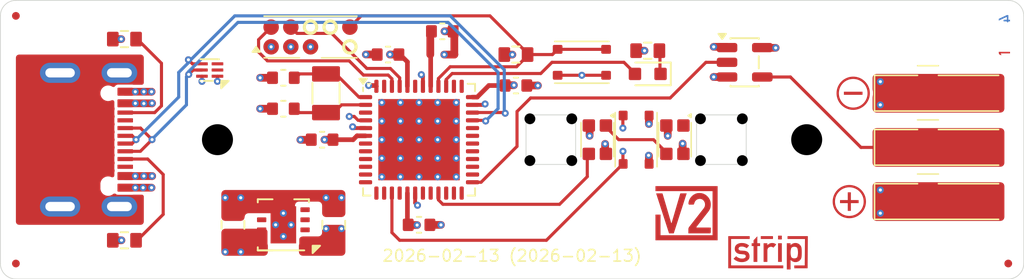
<source format=kicad_pcb>
(kicad_pcb (version 20241229) (generator "pcbnew") (generator_version "9.0")
  (title_block (date "2026-02-13") (rev "2026-02-13"))
  (layers (0 "F.Cu" signal "Front") (4 "In1.Cu" power) (6 "In2.Cu" power) (2 "B.Cu" signal "Back") (13 "F.Paste" user) (5 "F.SilkS" user "F.Silkscreen") (1 "F.Mask" user) (3 "B.Mask" user) (25 "Edge.Cuts" user))
  (property "Order-Number" "JLCJLCJLCJLC")
  (net 0 "")
  (net 1 "GND")
  (net 2 "Shield")
  (net 3 "+3V3")
  (net 4 "/SWDIO")
  (net 5 "Net-(D101-K)")
  (net 6 "Net-(D102-OUT)")
  (net 15 "/LED-onboard")
  (net 28 "/VDDCORE")
  (net 29 "/SWCLK")
  (net 32 "+5V")
  (net 33 "/XIN32")
  (net 34 "/USB+")
  (net 35 "/RESET")
  (net 36 "/XOUT32")
  (net 37 "/USB-")
  (net 39 "/USB-CC1")
  (net 40 "/Button-LED")
  (net 41 "/USB-CC2")
  (net 42 "/Button")
  (net 44 "/LED-Data")
  (net 53 "/LED Strip/WS2812-data")
  (footprint "V2_Resistor_SMD:R_0603" (layer "F.Cu") (at 125 112.5 180)
    (property "Reference" "R104" (hide yes))
    (property "Value" "5k1" (hide yes))
  )
  (footprint "V2_Button_Switch_SMD:SKSG" (layer "F.Cu") (at 158 106 -90)
    (property "Reference" "SW102" (hide yes))
    (property "Value" "SKSG" (hide yes))
  )
  (footprint "V2_Connector_USB:JAE_DX07S016JA3" (layer "F.Cu") (at 122 106 -90)
    (property "Reference" "J106" (hide yes))
    (property "Value" "DX07S016JA3" (hide yes))
  )
  (footprint "V2_Artwork:Minus_Small" (layer "F.Cu") (at 172 103)
    (property "Reference" "ICON103" (hide yes))
    (property "Value" "Minus" (hide yes))
  )
  (footprint "V2_Fiducial:Fiducial_0.5mm_Mask1mm_Paste" (layer "F.Cu") (at 182 114)
    (property "Reference" "FID103" (hide yes))
    (property "Value" "Fiducial_Paste" (hide yes))
  )
  (footprint "V2_Capacitor_SMD:C_0603" (layer "F.Cu") (at 135.25 104 180)
    (property "Reference" "C102" (hide yes))
    (property "Value" "18p" (hide yes))
  )
  (footprint "V2_LED:WS2812-2020" (layer "F.Cu") (at 155.5 106 90)
    (property "Reference" "D102" (hide yes))
    (property "Value" "WS2812" (hide yes))
  )
  (footprint "V2_Package_DFN_QFN:QFN-48-1EP_7x7mm_P0.5mm_EP5.45x5.45mm_ThermalVias" (layer "F.Cu") (at 144 106)
    (property "Reference" "U102" (hide yes))
    (property "Value" "ATSAMD51G" (hide yes))
  )
  (footprint "V2_Capacitor_SMD:C_0603" (layer "F.Cu") (at 137.75 106 180)
    (property "Reference" "C108" (hide yes))
    (property "Value" "0u1" (hide yes))
  )
  (footprint "V2_Fiducial:Fiducial_0.5mm_Mask1mm_Paste" (layer "F.Cu") (at 118 114)
    (property "Reference" "FID101" (hide yes))
    (property "Value" "Fiducial_Paste" (hide yes))
  )
  (footprint "V2_Resistor_SMD:R_0603" (layer "F.Cu") (at 125 99.5 180)
    (property "Reference" "R103" (hide yes))
    (property "Value" "5k1" (hide yes))
  )
  (footprint "V2_Connector_Debug:Cortex" (layer "F.Cu") (at 137 100 180)
    (property "Reference" "J105" (hide yes))
    (property "Value" "Cortex" (hide yes))
  )
  (footprint "V2_Package_TO_SOT_SMD:SOT-23-5" (layer "F.Cu") (at 165 101)
    (property "Reference" "U301" (hide yes))
    (property "Value" "74AHC1G125" (hide yes))
  )
  (footprint "V2_Mechanical:MountingHole_2mm" (layer "F.Cu") (at 169 106)
    (property "Reference" "H102" (hide yes))
    (property "Value" "2mm" (hide yes))
  )
  (footprint "V2_Capacitor_SMD:C_0603" (layer "F.Cu") (at 150.25 102.5)
    (property "Reference" "C105" (hide yes))
    (property "Value" "0u1" (hide yes))
  )
  (footprint "V2_Production:Revision" (layer "F.Cu") (at 150 113.5)
    (property "Reference" "INFO101" (hide yes))
    (property "Value" "~" (hide yes))
  )
  (footprint "V2_Artwork:Logo_Small" (layer "F.Cu") (at 161.25 110.75)
    (property "Reference" "ICON102" (hide yes))
    (property "Value" "V2-logo" (hide yes))
  )
  (footprint "V2_Capacitor_SMD:C_0603" (layer "F.Cu") (at 144 111.5)
    (property "Reference" "C107" (hide yes))
    (property "Value" "0u1" (hide yes))
  )
  (footprint "V2_Button_Switch_SMD:SKSG" (layer "F.Cu") (at 154.5 101 180)
    (property "Reference" "SW101" (hide yes))
    (property "Value" "SKSG" (hide yes))
  )
  (footprint "V2_Capacitor_SMD:C_0603" (layer "F.Cu") (at 135.25 102 180)
    (property "Reference" "C101" (hide yes))
    (property "Value" "18p" (hide yes))
  )
  (footprint "V2_Capacitor_SMD:C_0805" (layer "F.Cu") (at 132 111.5 90)
    (property "Reference" "C1" (hide yes))
    (property "Value" "10u" (hide yes))
  )
  (footprint "V2_Resistor_SMD:R_0603" (layer "F.Cu") (at 150.25 100.5)
    (property "Reference" "R101" (hide yes))
    (property "Value" "100k" (hide yes))
  )
  (footprint "V2_Capacitor_SMD:C_0603" (layer "F.Cu") (at 145.5 99)
    (property "Reference" "C103" (hide yes))
    (property "Value" "10u" (hide yes))
  )
  (footprint "V2_Artwork:Plus_Small" (layer "F.Cu") (at 171.75 110)
    (property "Reference" "ICON104" (hide yes))
    (property "Value" "Plus" (hide yes))
  )
  (footprint "V2_Production:Layer_Numbers" (layer "F.Cu") (at 181.75 99.25 90)
    (property "Reference" "INFO102" (hide yes))
    (property "Value" "Layer_Numbers" (hide yes))
  )
  (footprint "V2_Package_SON:VSON-8-1_3x3mm_P0.65_EP1.65x2.4mm" (layer "F.Cu") (at 135.25 111.5 180)
    (property "Reference" "U101" (hide yes))
    (property "Value" "TPS78433QWDRBRQ1" (hide yes))
  )
  (footprint "V2_Mechanical:MountingHole_2mm" (layer "F.Cu") (at 131 106)
    (property "Reference" "H101" (hide yes))
    (property "Value" "2mm" (hide yes))
  )
  (footprint "V2_LED:WS2812-2020" (layer "F.Cu") (at 160.5 106 90)
    (property "Reference" "D103" (hide yes))
    (property "Value" "WS2812" (hide yes))
  )
  (footprint "V2_Resistor_SMD:R_0603" (layer "F.Cu") (at 158.75 100.25 180)
    (property "Reference" "R102" (hide yes))
    (property "Value" "330R" (hide yes))
  )
  (footprint "V2_Capacitor_SMD:C_0805" (layer "F.Cu") (at 138.5 111.5 90)
    (property "Reference" "C2" (hide yes))
    (property "Value" "10u" (hide yes))
  )
  (footprint "V2_Connector_WAGO:2065-100" (layer "F.Cu") (at 177.25 103 180)
    (property "Reference" "J302" (hide yes))
    (property "Value" "WAGO 2065-100" (hide yes))
  )
  (footprint "V2_Capacitor_SMD:C_0603" (layer "F.Cu") (at 142 100.5 180)
    (property "Reference" "C106" (hide yes))
    (property "Value" "0u1" (hide yes))
  )
  (footprint "V2_Crystal:Crystal_SMD_3215-2Pin_3.2x1.5mm" (layer "F.Cu") (at 138 103 90)
    (property "Reference" "Y101" (hide yes))
    (property "Value" "32k768" (hide yes))
  )
  (footprint "V2_Connector_WAGO:2065-100" (layer "F.Cu") (at 177.25 110 180)
    (property "Reference" "J301" (hide yes))
    (property "Value" "WAGO 2065-100" (hide yes))
  )
  (footprint "V2_LED:LED_0603" (layer "F.Cu") (at 158.75 101.75 180)
    (property "Reference" "D101" (hide yes))
    (property "Value" "Orange" (hide yes))
  )
  (footprint "V2_PCB_Devices:PCB_Button-bottom" (layer "F.Cu") (at 158 106 90)
    (property "Reference" "SWB101" (hide yes))
    (property "Value" "Button-bottom" (hide yes))
    (fp_line (start 1.6 -7.1) (end -1.6 -7.1) (stroke (width 0.05)) (layer "Edge.Cuts"))
    (fp_line (start -1.6 -7.1) (end -1.6 -3.9) (stroke (width 0.05)) (layer "Edge.Cuts"))
    (fp_line (start 1.6 -3.9) (end 1.6 -7.1) (stroke (width 0.05)) (layer "Edge.Cuts"))
    (fp_line (start -1.6 -3.9) (end 1.6 -3.9) (stroke (width 0.05)) (layer "Edge.Cuts"))
    (fp_line (start 1.6 3.9) (end -1.6 3.9) (stroke (width 0.05)) (layer "Edge.Cuts"))
    (fp_line (start -1.6 3.9) (end -1.6 7.1) (stroke (width 0.05)) (layer "Edge.Cuts"))
    (fp_line (start 1.6 7.1) (end 1.6 3.9) (stroke (width 0.05)) (layer "Edge.Cuts"))
    (fp_line (start -1.6 7.1) (end 1.6 7.1) (stroke (width 0.05)) (layer "Edge.Cuts"))
  )
  (footprint "V2_ESD_Suppressor:SLP1210N6" (layer "F.Cu") (at 130.5 101.5 180)
    (property "Reference" "ESD101" (hide yes))
    (property "Value" "RCLAMP0582N" (hide yes))
  )
  (footprint "V2_Connector_WAGO:2065-100" (layer "F.Cu") (at 177.25 106.5 180)
    (property "Reference" "J303" (hide yes))
    (property "Value" "WAGO 2065-100" (hide yes))
  )
  (footprint "V2_Fiducial:Fiducial_0.5mm_Mask1mm_Paste" (layer "F.Cu") (at 118 98)
    (property "Reference" "FID102" (hide yes))
    (property "Value" "Fiducial_Paste" (hide yes))
  )
  (footprint "V2_Artwork:Board_strip_Small" (layer "F.Cu") (at 166.5 113.25)
    (property "Reference" "ICON101" (hide yes))
    (property "Value" "Board_strip" (hide yes))
  )
  (gr_line (start 117 98) (end 117 114) (stroke (width 0.05)) (layer "Edge.Cuts"))
  (gr_arc (start 117 98) (mid 117.292893 97.292893) (end 118 97) (stroke (width 0.05)) (layer "Edge.Cuts"))
  (gr_line (start 118 97) (end 182 97) (stroke (width 0.05)) (layer "Edge.Cuts"))
  (gr_arc (start 118 115) (mid 117.292893 114.707107) (end 117 114) (stroke (width 0.05)) (layer "Edge.Cuts"))
  (gr_line (start 118 115) (end 182 115) (stroke (width 0.05)) (layer "Edge.Cuts"))
  (gr_arc (start 182 97) (mid 182.707107 97.292893) (end 183 98) (stroke (width 0.05)) (layer "Edge.Cuts"))
  (gr_line (start 183 98) (end 183 114) (stroke (width 0.05)) (layer "Edge.Cuts"))
  (gr_arc (start 183 114) (mid 182.707107 114.707107) (end 182 115) (stroke (width 0.05)) (layer "Edge.Cuts"))
  (segment (start 143.75 110.085478) (end 143.902102 110.23758) (width 0.25) (layer "F.Cu") (net 1))
  (segment (start 144.146117 101.797172) (end 144.25 101.901055) (width 0.25) (layer "F.Cu") (net 1))
  (segment (start 141.219169 100.494169) (end 141.225 100.5) (width 0.5) (layer "F.Cu") (net 1))
  (segment (start 139.7169 105.167354) (end 139.799546 105.25) (width 0.25) (layer "F.Cu") (net 1))
  (segment (start 144.25 101.901055) (end 144.25 102.55) (width 0.25) (layer "F.Cu") (net 1))
  (segment (start 146.273845 100.501155) (end 146.275 100.5) (width 0.5) (layer "F.Cu") (net 1))
  (segment (start 146.273146 98.998146) (end 146.275 99) (width 0.5) (layer "F.Cu") (net 1))
  (segment (start 140.567636 100.494169) (end 141.219169 100.494169) (width 0.5) (layer "F.Cu") (net 1))
  (segment (start 156.0625 101.8375) (end 152.9375 101.8375) (width 0.2) (layer "F.Cu") (net 1))
  (segment (start 163.8125 100) (end 163.8625 100.05) (width 0.5) (layer "F.Cu") (net 1))
  (segment (start 145.414209 111.505028) (end 144.780028 111.505028) (width 0.5) (layer "F.Cu") (net 1))
  (segment (start 139.799546 105.25) (end 140.55 105.25) (width 0.25) (layer "F.Cu") (net 1))
  (segment (start 155 105.75) (end 155 105.135) (width 0.5) (layer "F.Cu") (net 1))
  (segment (start 146.275 99) (end 146.275 100.5) (width 0.5) (layer "F.Cu") (net 1))
  (segment (start 126.748059 102.9) (end 125.05 102.9) (width 0.5) (layer "F.Cu") (net 1))
  (segment (start 163 100) (end 163.8125 100) (width 0.5) (layer "F.Cu") (net 1))
  (segment (start 143.75 109.45) (end 143.75 110.085478) (width 0.25) (layer "F.Cu") (net 1))
  (segment (start 151.661024 102.5) (end 151.025 102.5) (width 0.5) (layer "F.Cu") (net 1))
  (segment (start 158.802323 107.011691) (end 158.824848 107.034216) (width 0.2) (layer "F.Cu") (net 1))
  (segment (start 124.793702 99.5) (end 124.175 99.5) (width 0.5) (layer "F.Cu") (net 1))
  (segment (start 160.039178 105.174178) (end 159.95 105.085) (width 0.5) (layer "F.Cu") (net 1))
  (segment (start 124.808043 112.5) (end 124.175 112.5) (width 0.5) (layer "F.Cu") (net 1))
  (segment (start 148.20522 103.75) (end 147.45 103.75) (width 0.25) (layer "F.Cu") (net 1))
  (segment (start 141.2 102.5) (end 141.25 102.55) (width 0.3) (layer "F.Cu") (net 1))
  (segment (start 151.665062 102.504038) (end 151.661024 102.5) (width 0.5) (layer "F.Cu") (net 1))
  (segment (start 143.902102 110.1625) (end 143.902102 110.23758) (width 0.3) (layer "F.Cu") (net 1))
  (segment (start 148.260521 103.694699) (end 148.20522 103.75) (width 0.25) (layer "F.Cu") (net 1))
  (segment (start 145.640161 98.998146) (end 146.273146 98.998146) (width 0.5) (layer "F.Cu") (net 1))
  (segment (start 157.925 100.25) (end 158.541695 100.25) (width 0.5) (layer "F.Cu") (net 1))
  (segment (start 144.780028 111.505028) (end 144.775 111.5) (width 0.5) (layer "F.Cu") (net 1))
  (segment (start 134.474072 103.999072) (end 134.475 104) (width 0.5) (layer "F.Cu") (net 1))
  (segment (start 163.003428 101.95) (end 163.8625 101.95) (width 0.5) (layer "F.Cu") (net 1))
  (segment (start 160.039178 105.753377) (end 160.039178 105.174178) (width 0.5) (layer "F.Cu") (net 1))
  (segment (start 158.541695 100.25) (end 158.542972 100.248723) (width 0.2) (layer "F.Cu") (net 1))
  (segment (start 131 102.227716) (end 130.997161 102.230555) (width 0.2) (layer "F.Cu") (net 1))
  (segment (start 133.75 102) (end 134.475 102) (width 0.5) (layer "F.Cu") (net 1))
  (segment (start 126.75 109.1) (end 125.05 109.1) (width 0.5) (layer "F.Cu") (net 1))
  (segment (start 163 101.946572) (end 163.003428 101.95) (width 0.5) (layer "F.Cu") (net 1))
  (segment (start 136.345156 106.008324) (end 136.991676 106.008324) (width 0.5) (layer "F.Cu") (net 1))
  (segment (start 124.810901 112.497142) (end 124.808043 112.5) (width 0.2) (layer "F.Cu") (net 1))
  (segment (start 133.75 103.999072) (end 134.474072 103.999072) (width 0.5) (layer "F.Cu") (net 1))
  (segment (start 158.824848 104.988168) (end 158.824848 104.4375) (width 0.5) (layer "F.Cu") (net 1))
  (segment (start 140.75 102.5) (end 141.2 102.5) (width 0.3) (layer "F.Cu") (net 1))
  (segment (start 155 105.135) (end 154.95 105.085) (width 0.5) (layer "F.Cu") (net 1))
  (segment (start 131 101.9) (end 131 102.227716) (width 0.2) (layer "F.Cu") (net 1))
  (segment (start 126.75 102.901941) (end 126.748059 102.9) (width 0.5) (layer "F.Cu") (net 1))
  (segment (start 145.6245 100.501155) (end 146.273845 100.501155) (width 0.5) (layer "F.Cu") (net 1))
  (segment (start 158.824848 107.034216) (end 158.824848 107.5625) (width 0.5) (layer "F.Cu") (net 1))
  (via (at 124.793702 99.5) (size 0.45) (drill 0.2) (layers "F.Cu" "B.Cu") (net 1))
  (via (at 125.700745 109.102181) (size 0.45) (drill 0.2) (layers "F.Cu" "B.Cu") (net 1))
  (via (at 124.810901 112.497142) (size 0.45) (drill 0.2) (layers "F.Cu" "B.Cu") (net 1))
  (via (at 148.260521 103.694699) (size 0.45) (drill 0.2) (layers "F.Cu" "B.Cu") (net 1))
  (via (at 126.25 102.898977) (size 0.45) (drill 0.2) (layers "F.Cu" "B.Cu") (net 1))
  (via (at 130.997161 102.230555) (size 0.45) (drill 0.2) (layers "F.Cu" "B.Cu") (net 1))
  (via (at 155 105.75) (size 0.45) (drill 0.2) (layers "F.Cu" "B.Cu") (net 1))
  (via (at 126.75 102.901941) (size 0.45) (drill 0.2) (layers "F.Cu" "B.Cu") (net 1))
  (via (at 132.5 109.75) (size 0.45) (drill 0.2) (layers "F.Cu" "B.Cu") (net 1))
  (via (at 163 101.946572) (size 0.45) (drill 0.2) (layers "F.Cu" "B.Cu") (net 1))
  (via (at 139.7169 105.167354) (size 0.45) (drill 0.2) (layers "F.Cu" "B.Cu") (net 1))
  (via (at 131.5 109.75) (size 0.45) (drill 0.2) (layers "F.Cu" "B.Cu") (net 1))
  (via (at 136.345156 106.008324) (size 0.45) (drill 0.2) (layers "F.Cu" "B.Cu") (net 1))
  (via (at 154.5 101.8375) (size 0.45) (drill 0.2) (layers "F.Cu" "B.Cu") (net 1))
  (via (at 173.75 103.75) (size 0.45) (drill 0.2) (layers "F.Cu" "B.Cu") (net 1))
  (via (at 145.640161 98.998146) (size 0.45) (drill 0.2) (layers "F.Cu" "B.Cu") (net 1))
  (via (at 126.75 109.1) (size 0.45) (drill 0.2) (layers "F.Cu" "B.Cu") (net 1))
  (via (at 158.542972 100.248723) (size 0.45) (drill 0.2) (layers "F.Cu" "B.Cu") (net 1))
  (via (at 139 109.75) (size 0.45) (drill 0.2) (layers "F.Cu" "B.Cu") (net 1))
  (via (at 145.414209 111.505028) (size 0.45) (drill 0.2) (layers "F.Cu" "B.Cu") (net 1))
  (via (at 125.700745 102.902181) (size 0.45) (drill 0.2) (layers "F.Cu" "B.Cu") (net 1))
  (via (at 140.567636 100.494169) (size 0.45) (drill 0.2) (layers "F.Cu" "B.Cu") (net 1))
  (via (at 138 109.75) (size 0.45) (drill 0.2) (layers "F.Cu" "B.Cu") (net 1))
  (via (at 173.75 102.25) (size 0.45) (drill 0.2) (layers "F.Cu" "B.Cu") (net 1))
  (via (at 160.039178 105.753377) (size 0.45) (drill 0.2) (layers "F.Cu" "B.Cu") (net 1))
  (via (at 126.201672 109.1) (size 0.45) (drill 0.2) (layers "F.Cu" "B.Cu") (net 1))
  (via (at 145.6245 100.501155) (size 0.45) (drill 0.2) (layers "F.Cu" "B.Cu") (net 1))
  (via (at 143.902102 110.23758) (size 0.45) (drill 0.2) (layers "F.Cu" "B.Cu") (net 1))
  (via (at 151.665062 102.504038) (size 0.45) (drill 0.2) (layers "F.Cu" "B.Cu") (net 1))
  (via (at 144.146117 101.797172) (size 0.45) (drill 0.2) (layers "F.Cu" "B.Cu") (net 1))
  (via (at 158.824848 104.988168) (size 0.45) (drill 0.2) (layers "F.Cu" "B.Cu") (net 1))
  (via (at 133.75 102) (size 0.45) (drill 0.2) (layers "F.Cu" "B.Cu") (net 1))
  (via (at 133.75 103.999072) (size 0.45) (drill 0.2) (layers "F.Cu" "B.Cu") (net 1))
  (via (at 163 100) (size 0.45) (drill 0.2) (layers "F.Cu" "B.Cu") (net 1))
  (via (at 158.802323 107.011691) (size 0.45) (drill 0.2) (layers "F.Cu" "B.Cu") (net 1))
  (via (at 140.75 102.5) (size 0.45) (drill 0.2) (layers "F.Cu" "B.Cu") (net 1))
  (segment (start 140 105.75) (end 139.75 106) (width 0.3) (layer "F.Cu") (net 3))
  (segment (start 143.25 111.475) (end 143.225 111.5) (width 0.3) (layer "F.Cu") (net 3))
  (segment (start 138.548832 105.998832) (end 138.55 106) (width 0.5) (layer "F.Cu") (net 3))
  (segment (start 143.25 109.45) (end 143.25 111.475) (width 0.3) (layer "F.Cu") (net 3))
  (segment (start 137.8995 105.998832) (end 138.548832 105.998832) (width 0.5) (layer "F.Cu") (net 3))
  (segment (start 143.240261 111.515261) (end 143.225 111.5) (width 0.5) (layer "F.Cu") (net 3))
  (segment (start 142.775 100.5) (end 142.130331 100.5) (width 0.5) (layer "F.Cu") (net 3))
  (segment (start 139.824345 104.5) (end 139.5 104.5) (width 0.2) (layer "F.Cu") (net 3))
  (segment (start 149.495924 102.479076) (end 149.475 102.5) (width 0.5) (layer "F.Cu") (net 3))
  (segment (start 147.75 103.25) (end 148.5 102.5) (width 0.3) (layer "F.Cu") (net 3))
  (segment (start 140.074345 104.75) (end 139.824345 104.5) (width 0.2) (layer "F.Cu") (net 3))
  (segment (start 150.020538 100.50368) (end 149.42868 100.50368) (width 0.5) (layer "F.Cu") (net 3))
  (segment (start 143.25 100.975) (end 142.775 100.5) (width 0.3) (layer "F.Cu") (net 3))
  (segment (start 142.130331 100.5) (end 142.1245 100.494169) (width 0.5) (layer "F.Cu") (net 3))
  (segment (start 143.8755 111.515261) (end 143.240261 111.515261) (width 0.5) (layer "F.Cu") (net 3))
  (segment (start 148.5 102.5) (end 149.475 102.5) (width 0.3) (layer "F.Cu") (net 3))
  (segment (start 139.75 106) (end 138.55 106) (width 0.3) (layer "F.Cu") (net 3))
  (segment (start 140.55 105.75) (end 140 105.75) (width 0.3) (layer "F.Cu") (net 3))
  (segment (start 140.55 104.75) (end 140.074345 104.75) (width 0.2) (layer "F.Cu") (net 3))
  (segment (start 149.42868 100.50368) (end 149.425 100.5) (width 0.5) (layer "F.Cu") (net 3))
  (segment (start 147.45 103.25) (end 147.75 103.25) (width 0.3) (layer "F.Cu") (net 3))
  (segment (start 143.25 102.55) (end 143.25 100.975) (width 0.3) (layer "F.Cu") (net 3))
  (segment (start 150.12 102.479076) (end 149.495924 102.479076) (width 0.5) (layer "F.Cu") (net 3))
  (via (at 150.020538 100.50368) (size 0.45) (drill 0.2) (layers "F.Cu" "B.Cu") (net 3))
  (via (at 150.12 102.479076) (size 0.45) (drill 0.2) (layers "F.Cu" "B.Cu") (net 3))
  (via (at 137.8995 105.998832) (size 0.45) (drill 0.2) (layers "F.Cu" "B.Cu") (net 3))
  (via (at 139.5 104.5) (size 0.45) (drill 0.2) (layers "F.Cu" "B.Cu") (net 3))
  (via (at 139 111.75) (size 0.45) (drill 0.2) (layers "F.Cu" "B.Cu") (net 3))
  (via (at 142.1245 100.494169) (size 0.45) (drill 0.2) (layers "F.Cu" "B.Cu") (net 3))
  (via (at 138 111.75) (size 0.45) (drill 0.2) (layers "F.Cu" "B.Cu") (net 3))
  (via (at 143.8755 111.515261) (size 0.45) (drill 0.2) (layers "F.Cu" "B.Cu") (net 3))
  (segment (start 134.46 98.73) (end 133.652 99.538) (width 0.2) (layer "F.Cu") (net 4))
  (segment (start 133.652 99.538) (end 133.652 100.334685) (width 0.2) (layer "F.Cu") (net 4))
  (segment (start 140.413069 101.825) (end 142.009314 101.825) (width 0.2) (layer "F.Cu") (net 4))
  (segment (start 142.25 102.065686) (end 142.25 102.55) (width 0.2) (layer "F.Cu") (net 4))
  (segment (start 139.49568 100.907611) (end 140.413069 101.825) (width 0.2) (layer "F.Cu") (net 4))
  (segment (start 134.224926 100.907611) (end 139.49568 100.907611) (width 0.2) (layer "F.Cu") (net 4))
  (segment (start 142.009314 101.825) (end 142.25 102.065686) (width 0.2) (layer "F.Cu") (net 4))
  (segment (start 133.652 100.334685) (end 134.224926 100.907611) (width 0.2) (layer "F.Cu") (net 4))
  (segment (start 159.5375 101.75) (end 159.5375 100.2875) (width 0.2) (layer "F.Cu") (net 5))
  (segment (start 159.5375 100.2875) (end 159.575 100.25) (width 0.2) (layer "F.Cu") (net 5))
  (segment (start 155.962651 105.085) (end 156.877651 106) (width 0.2) (layer "F.Cu") (net 6))
  (segment (start 156.877651 106) (end 159.122348 106) (width 0.2) (layer "F.Cu") (net 6))
  (segment (start 159.122348 106) (end 160.037348 106.915) (width 0.2) (layer "F.Cu") (net 6))
  (segment (start 145.75 102.112348) (end 146.137348 101.725) (width 0.2) (layer "F.Cu") (net 15))
  (segment (start 146.137348 101.725) (end 151.85 101.725) (width 0.2) (layer "F.Cu") (net 15))
  (segment (start 145.75 102.55) (end 145.75 102.112348) (width 0.2) (layer "F.Cu") (net 15))
  (segment (start 151.85 101.725) (end 152.575 101) (width 0.2) (layer "F.Cu") (net 15))
  (segment (start 152.575 101) (end 157.2125 101) (width 0.2) (layer "F.Cu") (net 15))
  (segment (start 157.2125 101) (end 157.9625 101.75) (width 0.2) (layer "F.Cu") (net 15))
  (segment (start 144.725 99) (end 144.725 100.5) (width 0.5) (layer "F.Cu") (net 28))
  (segment (start 144.75 100.525) (end 144.725 100.5) (width 0.3) (layer "F.Cu") (net 28))
  (segment (start 144.75 102.55) (end 144.75 100.525) (width 0.3) (layer "F.Cu") (net 28))
  (segment (start 142.148442 101.398442) (end 142.75 102) (width 0.2) (layer "F.Cu") (net 29))
  (segment (start 140.634533 101.398442) (end 142.148442 101.398442) (width 0.2) (layer "F.Cu") (net 29))
  (segment (start 142.75 102) (end 142.75 102.55) (width 0.2) (layer "F.Cu") (net 29))
  (segment (start 136.131884 99.131884) (end 138.367975 99.131884) (width 0.2) (layer "F.Cu") (net 29))
  (segment (start 138.367975 99.131884) (end 140.634533 101.398442) (width 0.2) (layer "F.Cu") (net 29))
  (segment (start 135.73 98.73) (end 136.131884 99.131884) (width 0.2) (layer "F.Cu") (net 29))
  (segment (start 126.774666 103.65) (end 125.05 103.65) (width 0.5) (layer "F.Cu") (net 32))
  (segment (start 156 106.268667) (end 156 106.865) (width 0.5) (layer "F.Cu") (net 32))
  (segment (start 126.78164 103.643026) (end 126.774666 103.65) (width 0.5) (layer "F.Cu") (net 32))
  (segment (start 166.154096 100.066596) (end 166.1375 100.05) (width 0.5) (layer "F.Cu") (net 32))
  (segment (start 126.78627 108.35) (end 125.05 108.35) (width 0.5) (layer "F.Cu") (net 32))
  (segment (start 161 106.25) (end 161 106.865) (width 0.5) (layer "F.Cu") (net 32))
  (segment (start 130 101.9) (end 130 102.234733) (width 0.2) (layer "F.Cu") (net 32))
  (segment (start 130 102.234733) (end 129.999516 102.235217) (width 0.2) (layer "F.Cu") (net 32))
  (segment (start 161 106.865) (end 161.05 106.915) (width 0.5) (layer "F.Cu") (net 32))
  (segment (start 126.78749 108.34878) (end 126.78627 108.35) (width 0.5) (layer "F.Cu") (net 32))
  (segment (start 156 106.865) (end 156.05 106.915) (width 0.5) (layer "F.Cu") (net 32))
  (segment (start 167.000542 100.066596) (end 166.154096 100.066596) (width 0.5) (layer "F.Cu") (net 32))
  (via (at 167.000542 100.066596) (size 0.45) (drill 0.2) (layers "F.Cu" "B.Cu") (net 32))
  (via (at 173.75 110.75) (size 0.45) (drill 0.2) (layers "F.Cu" "B.Cu") (net 32))
  (via (at 125.700745 108.352181) (size 0.45) (drill 0.2) (layers "F.Cu" "B.Cu") (net 32))
  (via (at 126.25 103.664213) (size 0.45) (drill 0.2) (layers "F.Cu" "B.Cu") (net 32))
  (via (at 126.78164 103.643026) (size 0.45) (drill 0.2) (layers "F.Cu" "B.Cu") (net 32))
  (via (at 156 106.268667) (size 0.45) (drill 0.2) (layers "F.Cu" "B.Cu") (net 32))
  (via (at 161 106.25) (size 0.45) (drill 0.2) (layers "F.Cu" "B.Cu") (net 32))
  (via (at 173.75 109.25) (size 0.45) (drill 0.2) (layers "F.Cu" "B.Cu") (net 32))
  (via (at 126.78749 108.34878) (size 0.45) (drill 0.2) (layers "F.Cu" "B.Cu") (net 32))
  (via (at 129.999516 102.235217) (size 0.45) (drill 0.2) (layers "F.Cu" "B.Cu") (net 32))
  (via (at 125.702926 103.65) (size 0.45) (drill 0.2) (layers "F.Cu" "B.Cu") (net 32))
  (via (at 131.5 113.25) (size 0.45) (drill 0.2) (layers "F.Cu" "B.Cu") (net 32))
  (via (at 126.25 108.35) (size 0.45) (drill 0.2) (layers "F.Cu" "B.Cu") (net 32))
  (via (at 132.5 113.25) (size 0.45) (drill 0.2) (layers "F.Cu" "B.Cu") (net 32))
  (segment (start 136.3 101.75) (end 138 101.75) (width 0.2) (layer "F.Cu") (net 33))
  (segment (start 140.127708 103.25) (end 138.627708 101.75) (width 0.2) (layer "F.Cu") (net 33))
  (segment (start 138.627708 101.75) (end 138 101.75) (width 0.2) (layer "F.Cu") (net 33))
  (segment (start 136.05 102) (end 136.3 101.75) (width 0.2) (layer "F.Cu") (net 33))
  (segment (start 140.55 103.25) (end 140.127708 103.25) (width 0.2) (layer "F.Cu") (net 33))
  (segment (start 129.387764 101.1) (end 130 101.1) (width 0.2) (layer "F.Cu") (net 34))
  (segment (start 147.455801 104.244199) (end 147.45 104.25) (width 0.2) (layer "F.Cu") (net 34))
  (segment (start 125.75 105.994623) (end 125.505377 105.75) (width 0.2) (layer "F.Cu") (net 34))
  (segment (start 129.125131 100.837367) (end 129.387764 101.1) (width 0.2) (layer "F.Cu") (net 34))
  (segment (start 125.505377 105.75) (end 125.05 105.75) (width 0.2) (layer "F.Cu") (net 34))
  (segment (start 149.557225 104.292587) (end 149.508837 104.244199) (width 0.2) (layer "F.Cu") (net 34))
  (segment (start 125.494623 106.25) (end 125.05 106.25) (width 0.2) (layer "F.Cu") (net 34))
  (segment (start 125.75 105.994623) (end 125.494623 106.25) (width 0.2) (layer "F.Cu") (net 34))
  (segment (start 149.508837 104.244199) (end 147.455801 104.244199) (width 0.2) (layer "F.Cu") (net 34))
  (via (at 125.75 105.994623) (size 0.45) (drill 0.2) (layers "F.Cu" "B.Cu") (net 34))
  (via (at 129.125131 100.837367) (size 0.45) (drill 0.2) (layers "F.Cu" "B.Cu") (net 34))
  (via (at 149.557225 104.292587) (size 0.45) (drill 0.2) (layers "F.Cu" "B.Cu") (net 34))
  (segment (start 149.557225 104.292587) (end 149.497547 104.232909) (width 0.2) (layer "B.Cu") (net 34))
  (segment (start 128.5 103.25) (end 128.5 101.652013) (width 0.2) (layer "B.Cu") (net 34))
  (segment (start 132.116036 98) (end 129.278669 100.837367) (width 0.2) (layer "B.Cu") (net 34))
  (segment (start 146.015439 98) (end 132.116036 98) (width 0.2) (layer "B.Cu") (net 34))
  (segment (start 125.75 105.994623) (end 125.755377 105.994623) (width 0.2) (layer "B.Cu") (net 34))
  (segment (start 129.125131 101.026882) (end 129.125131 100.837367) (width 0.2) (layer "B.Cu") (net 34))
  (segment (start 125.755377 105.994623) (end 128.5 103.25) (width 0.2) (layer "B.Cu") (net 34))
  (segment (start 128.5 101.652013) (end 129.125131 101.026882) (width 0.2) (layer "B.Cu") (net 34))
  (segment (start 149.497547 101.482108) (end 146.015439 98) (width 0.2) (layer "B.Cu") (net 34))
  (segment (start 129.278669 100.837367) (end 129.125131 100.837367) (width 0.2) (layer "B.Cu") (net 34))
  (segment (start 149.497547 104.232909) (end 149.497547 101.482108) (width 0.2) (layer "B.Cu") (net 34))
  (segment (start 140.27 98) (end 148.57261 98) (width 0.2) (layer "F.Cu") (net 35))
  (segment (start 146.008278 101.288385) (end 150.286615 101.288385) (width 0.2) (layer "F.Cu") (net 35))
  (segment (start 152.6 100.5) (end 152.9375 100.1625) (width 0.2) (layer "F.Cu") (net 35))
  (segment (start 152.9375 100.1625) (end 156.0625 100.1625) (width 0.2) (layer "F.Cu") (net 35))
  (segment (start 145.25 102.046663) (end 146.008278 101.288385) (width 0.2) (layer "F.Cu") (net 35))
  (segment (start 151.07261 100.5) (end 151.075 100.5) (width 0.2) (layer "F.Cu") (net 35))
  (segment (start 150.286615 101.288385) (end 151.075 100.5) (width 0.2) (layer "F.Cu") (net 35))
  (segment (start 148.57261 98) (end 151.07261 100.5) (width 0.2) (layer "F.Cu") (net 35))
  (segment (start 151.075 100.5) (end 152.6 100.5) (width 0.2) (layer "F.Cu") (net 35))
  (segment (start 145.25 102.55) (end 145.25 102.046663) (width 0.2) (layer "F.Cu") (net 35))
  (segment (start 139.54 98.73) (end 140.27 98) (width 0.2) (layer "F.Cu") (net 35))
  (segment (start 139 103.75) (end 138.5 104.25) (width 0.2) (layer "F.Cu") (net 36))
  (segment (start 140.55 103.75) (end 139 103.75) (width 0.2) (layer "F.Cu") (net 36))
  (segment (start 136.275 104.25) (end 138 104.25) (width 0.2) (layer "F.Cu") (net 36))
  (segment (start 138.5 104.25) (end 138 104.25) (width 0.2) (layer "F.Cu") (net 36))
  (segment (start 136.025 104) (end 136.275 104.25) (width 0.2) (layer "F.Cu") (net 36))
  (segment (start 126.782842 105.99427) (end 126.038572 105.25) (width 0.2) (layer "F.Cu") (net 37))
  (segment (start 129.145699 101.784132) (end 129.429831 101.5) (width 0.2) (layer "F.Cu") (net 37))
  (segment (start 126.782842 105.99427) (end 126.027112 106.75) (width 0.2) (layer "F.Cu") (net 37))
  (segment (start 148.295359 104.793699) (end 148.25166 104.75) (width 0.2) (layer "F.Cu") (net 37))
  (segment (start 126.038572 105.25) (end 125.05 105.25) (width 0.2) (layer "F.Cu") (net 37))
  (segment (start 126.027112 106.75) (end 125.05 106.75) (width 0.2) (layer "F.Cu") (net 37))
  (segment (start 129.429831 101.5) (end 130 101.5) (width 0.2) (layer "F.Cu") (net 37))
  (segment (start 148.25166 104.75) (end 147.45 104.75) (width 0.2) (layer "F.Cu") (net 37))
  (via (at 148.295359 104.793699) (size 0.45) (drill 0.2) (layers "F.Cu" "B.Cu") (net 37))
  (via (at 129.145699 101.784132) (size 0.45) (drill 0.2) (layers "F.Cu" "B.Cu") (net 37))
  (via (at 126.782842 105.99427) (size 0.45) (drill 0.2) (layers "F.Cu" "B.Cu") (net 37))
  (segment (start 129 101.929831) (end 129.145699 101.784132) (width 0.2) (layer "B.Cu") (net 37))
  (segment (start 129.145699 101.59391) (end 132.318227 98.421382) (width 0.2) (layer "B.Cu") (net 37))
  (segment (start 132.318227 98.421382) (end 145.871136 98.421382) (width 0.2) (layer "B.Cu") (net 37))
  (segment (start 145.871136 98.421382) (end 149.097547 101.647793) (width 0.2) (layer "B.Cu") (net 37))
  (segment (start 149.097547 103.991511) (end 148.295359 104.793699) (width 0.2) (layer "B.Cu") (net 37))
  (segment (start 126.782842 105.967158) (end 129 103.75) (width 0.2) (layer "B.Cu") (net 37))
  (segment (start 129 103.75) (end 129 101.929831) (width 0.2) (layer "B.Cu") (net 37))
  (segment (start 129.145699 101.784132) (end 129.145699 101.59391) (width 0.2) (layer "B.Cu") (net 37))
  (segment (start 126.782842 105.99427) (end 126.782842 105.967158) (width 0.2) (layer "B.Cu") (net 37))
  (segment (start 149.097547 101.647793) (end 149.097547 103.991511) (width 0.2) (layer "B.Cu") (net 37))
  (segment (start 127.388614 101.063614) (end 125.825 99.5) (width 0.2) (layer "F.Cu") (net 39))
  (segment (start 126.951778 104.25) (end 127.388614 103.813164) (width 0.2) (layer "F.Cu") (net 39))
  (segment (start 127.388614 103.813164) (end 127.388614 101.063614) (width 0.2) (layer "F.Cu") (net 39))
  (segment (start 125.05 104.25) (end 126.951778 104.25) (width 0.2) (layer "F.Cu") (net 39))
  (segment (start 154.85 108.387685) (end 153.062685 110.175) (width 0.2) (layer "F.Cu") (net 40))
  (segment (start 145.25 109.45) (end 145.25 109.887652) (width 0.2) (layer "F.Cu") (net 40))
  (segment (start 153.062685 110.175) (end 145.537348 110.175) (width 0.2) (layer "F.Cu") (net 40))
  (segment (start 154.85 106.915) (end 154.85 108.387685) (width 0.2) (layer "F.Cu") (net 40))
  (segment (start 145.25 109.887652) (end 145.537348 110.175) (width 0.2) (layer "F.Cu") (net 40))
  (segment (start 126.5 107.25) (end 127.5 108.25) (width 0.2) (layer "F.Cu") (net 41))
  (segment (start 125.05 107.25) (end 126.5 107.25) (width 0.2) (layer "F.Cu") (net 41))
  (segment (start 127.5 108.25) (end 127.5 110.825) (width 0.2) (layer "F.Cu") (net 41))
  (segment (start 127.5 110.825) (end 125.825 112.5) (width 0.2) (layer "F.Cu") (net 41))
  (segment (start 157.144747 105.25) (end 157.144747 104.442601) (width 0.2) (layer "F.Cu") (net 42))
  (segment (start 157.149848 106.75) (end 157.149848 107.5625) (width 0.2) (layer "F.Cu") (net 42))
  (segment (start 142.75 112.5) (end 142.25 112) (width 0.2) (layer "F.Cu") (net 42))
  (segment (start 157.149848 107.5625) (end 152.212348 112.5) (width 0.2) (layer "F.Cu") (net 42))
  (segment (start 142.25 112) (end 142.25 109.45) (width 0.2) (layer "F.Cu") (net 42))
  (segment (start 152.212348 112.5) (end 142.75 112.5) (width 0.2) (layer "F.Cu") (net 42))
  (via (at 157.149848 106.75) (size 0.45) (drill 0.2) (layers "F.Cu" "B.Cu") (net 42))
  (via (at 157.144747 105.25) (size 0.45) (drill 0.2) (layers "F.Cu" "B.Cu") (net 42))
  (segment (start 160.194062 103.305938) (end 162.5 101) (width 0.2) (layer "F.Cu") (net 44))
  (segment (start 147.45 108.75) (end 148 108.75) (width 0.2) (layer "F.Cu") (net 44))
  (segment (start 148 108.75) (end 150.319226 106.430774) (width 0.2) (layer "F.Cu") (net 44))
  (segment (start 150.319226 106.430774) (end 150.319226 104.180875) (width 0.2) (layer "F.Cu") (net 44))
  (segment (start 151.194163 103.305938) (end 160.194062 103.305938) (width 0.2) (layer "F.Cu") (net 44))
  (segment (start 150.319226 104.180875) (end 151.194163 103.305938) (width 0.2) (layer "F.Cu") (net 44))
  (segment (start 162.5 101) (end 163.8625 101) (width 0.2) (layer "F.Cu") (net 44))
  (segment (start 176.65 106.5) (end 172.5 106.5) (width 0.2) (layer "F.Cu") (net 53))
  (segment (start 167.95 101.95) (end 166.1375 101.95) (width 0.2) (layer "F.Cu") (net 53))
  (segment (start 172.5 106.5) (end 167.95 101.95) (width 0.2) (layer "F.Cu") (net 53))
  (zone (net 32) (net_name "+5V") (layer "F.Cu") (priority 2) (connect_pads yes (clearance 0.2)) (min_thickness 0.25) (fill yes (thermal_gap 0.5) (thermal_bridge_width 0.5) (smoothing fillet) (radius 0.25))
    (polygon (pts (xy 173.25 108.75) (xy 181.75 108.75) (xy 181.75 111.25) (xy 173.25 111.25)))
  )
  (zone (net 53) (net_name "/LED Strip/WS2812-data") (layer "F.Cu") (priority 2) (connect_pads yes (clearance 0.2)) (min_thickness 0.25) (fill yes (thermal_gap 0.5) (thermal_bridge_width 0.5) (smoothing fillet) (radius 0.25))
    (polygon (pts (xy 173.25 105.25) (xy 181.75 105.25) (xy 181.75 107.75) (xy 173.25 107.75)))
  )
  (zone (net 1) (net_name "GND") (layer "F.Cu") (priority 2) (connect_pads yes (clearance 0.2)) (min_thickness 0.25) (fill yes (thermal_gap 0.5) (thermal_bridge_width 0.5) (smoothing fillet) (radius 0.25))
    (polygon (pts (xy 173.25 101.75) (xy 181.75 101.75) (xy 181.75 104.25) (xy 173.25 104.25)))
  )
  (zone (net 3) (net_name "+3V3") (layer "F.Cu") (connect_pads yes (clearance 0.2)) (min_thickness 0.25) (fill yes (thermal_gap 0.5) (thermal_bridge_width 0.5) (smoothing fillet) (radius 0.25))
    (polygon (pts (xy 136.25 112.25) (xy 137.75 112.25) (xy 137.75 111.5) (xy 139.25 111.5) (xy 139.25 113.5) (xy 136.25 113.5)))
  )
  (zone (net 32) (net_name "+5V") (layer "F.Cu") (connect_pads yes (clearance 0.2)) (min_thickness 0.25) (fill yes (thermal_gap 0.5) (thermal_bridge_width 0.5) (smoothing fillet) (radius 0.25))
    (polygon (pts (xy 131.25 111.75) (xy 131.25 113.5) (xy 134.25 113.5) (xy 134.25 111.75)))
  )
  (zone (net 2) (net_name "Shield") (layer "F.Cu") (priority 1) (connect_pads yes (clearance 0.2)) (min_thickness 0.254) (fill yes (thermal_gap 0.508) (thermal_bridge_width 0.508) (smoothing fillet) (radius 0.2))
    (polygon (pts (xy 126.25 111.5) (xy 118 111.5) (xy 118 100.5) (xy 126.25 100.5)))
  )
  (zone (net 1) (net_name "GND") (layer "F.Cu") (connect_pads yes (clearance 0.2)) (min_thickness 0.25) (fill yes (thermal_gap 0.5) (thermal_bridge_width 0.5) (smoothing fillet) (radius 0.25))
    (polygon (pts (xy 139.25 111) (xy 137.75 111) (xy 137.75 110) (xy 136 110) (xy 136 110.75) (xy 132.75 110.75) (xy 132.75 111.25) (xy 131.25 111.25) (xy 131.25 109.25) (xy 139.25 109.25)))
  )
)
</source>
